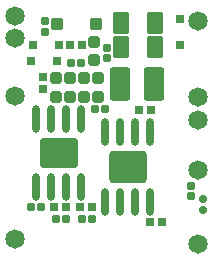
<source format=gbs>
G04*
G04 #@! TF.GenerationSoftware,Altium Limited,Altium Designer,24.1.2 (44)*
G04*
G04 Layer_Color=16711935*
%FSLAX25Y25*%
%MOIN*%
G70*
G04*
G04 #@! TF.SameCoordinates,64876319-8F7E-4D7F-B011-834D707076D5*
G04*
G04*
G04 #@! TF.FilePolarity,Negative*
G04*
G01*
G75*
G04:AMPARAMS|DCode=42|XSize=41.34mil|YSize=38.98mil|CornerRadius=6.1mil|HoleSize=0mil|Usage=FLASHONLY|Rotation=0.000|XOffset=0mil|YOffset=0mil|HoleType=Round|Shape=RoundedRectangle|*
%AMROUNDEDRECTD42*
21,1,0.04134,0.02677,0,0,0.0*
21,1,0.02913,0.03898,0,0,0.0*
1,1,0.01221,0.01457,-0.01339*
1,1,0.01221,-0.01457,-0.01339*
1,1,0.01221,-0.01457,0.01339*
1,1,0.01221,0.01457,0.01339*
%
%ADD42ROUNDEDRECTD42*%
G04:AMPARAMS|DCode=43|XSize=76.38mil|YSize=50.79mil|CornerRadius=7.28mil|HoleSize=0mil|Usage=FLASHONLY|Rotation=90.000|XOffset=0mil|YOffset=0mil|HoleType=Round|Shape=RoundedRectangle|*
%AMROUNDEDRECTD43*
21,1,0.07638,0.03622,0,0,90.0*
21,1,0.06181,0.05079,0,0,90.0*
1,1,0.01457,0.01811,0.03091*
1,1,0.01457,0.01811,-0.03091*
1,1,0.01457,-0.01811,-0.03091*
1,1,0.01457,-0.01811,0.03091*
%
%ADD43ROUNDEDRECTD43*%
G04:AMPARAMS|DCode=46|XSize=29.13mil|YSize=29.13mil|CornerRadius=5.12mil|HoleSize=0mil|Usage=FLASHONLY|Rotation=90.000|XOffset=0mil|YOffset=0mil|HoleType=Round|Shape=RoundedRectangle|*
%AMROUNDEDRECTD46*
21,1,0.02913,0.01890,0,0,90.0*
21,1,0.01890,0.02913,0,0,90.0*
1,1,0.01024,0.00945,0.00945*
1,1,0.01024,0.00945,-0.00945*
1,1,0.01024,-0.00945,-0.00945*
1,1,0.01024,-0.00945,0.00945*
%
%ADD46ROUNDEDRECTD46*%
G04:AMPARAMS|DCode=47|XSize=25.2mil|YSize=29.13mil|CornerRadius=4.72mil|HoleSize=0mil|Usage=FLASHONLY|Rotation=0.000|XOffset=0mil|YOffset=0mil|HoleType=Round|Shape=RoundedRectangle|*
%AMROUNDEDRECTD47*
21,1,0.02520,0.01968,0,0,0.0*
21,1,0.01575,0.02913,0,0,0.0*
1,1,0.00945,0.00787,-0.00984*
1,1,0.00945,-0.00787,-0.00984*
1,1,0.00945,-0.00787,0.00984*
1,1,0.00945,0.00787,0.00984*
%
%ADD47ROUNDEDRECTD47*%
G04:AMPARAMS|DCode=48|XSize=25.2mil|YSize=29.13mil|CornerRadius=4.72mil|HoleSize=0mil|Usage=FLASHONLY|Rotation=270.000|XOffset=0mil|YOffset=0mil|HoleType=Round|Shape=RoundedRectangle|*
%AMROUNDEDRECTD48*
21,1,0.02520,0.01968,0,0,270.0*
21,1,0.01575,0.02913,0,0,270.0*
1,1,0.00945,-0.00984,-0.00787*
1,1,0.00945,-0.00984,0.00787*
1,1,0.00945,0.00984,0.00787*
1,1,0.00945,0.00984,-0.00787*
%
%ADD48ROUNDEDRECTD48*%
%ADD49C,0.02913*%
%ADD50C,0.06457*%
G04:AMPARAMS|DCode=73|XSize=29.13mil|YSize=29.13mil|CornerRadius=5.12mil|HoleSize=0mil|Usage=FLASHONLY|Rotation=0.000|XOffset=0mil|YOffset=0mil|HoleType=Round|Shape=RoundedRectangle|*
%AMROUNDEDRECTD73*
21,1,0.02913,0.01890,0,0,0.0*
21,1,0.01890,0.02913,0,0,0.0*
1,1,0.01024,0.00945,-0.00945*
1,1,0.01024,-0.00945,-0.00945*
1,1,0.01024,-0.00945,0.00945*
1,1,0.01024,0.00945,0.00945*
%
%ADD73ROUNDEDRECTD73*%
G04:AMPARAMS|DCode=74|XSize=111.81mil|YSize=68.5mil|CornerRadius=9.06mil|HoleSize=0mil|Usage=FLASHONLY|Rotation=90.000|XOffset=0mil|YOffset=0mil|HoleType=Round|Shape=RoundedRectangle|*
%AMROUNDEDRECTD74*
21,1,0.11181,0.05039,0,0,90.0*
21,1,0.09370,0.06850,0,0,90.0*
1,1,0.01811,0.02520,0.04685*
1,1,0.01811,0.02520,-0.04685*
1,1,0.01811,-0.02520,-0.04685*
1,1,0.01811,-0.02520,0.04685*
%
%ADD74ROUNDEDRECTD74*%
G04:AMPARAMS|DCode=75|XSize=38.98mil|YSize=38.98mil|CornerRadius=6.1mil|HoleSize=0mil|Usage=FLASHONLY|Rotation=270.000|XOffset=0mil|YOffset=0mil|HoleType=Round|Shape=RoundedRectangle|*
%AMROUNDEDRECTD75*
21,1,0.03898,0.02677,0,0,270.0*
21,1,0.02677,0.03898,0,0,270.0*
1,1,0.01221,-0.01339,-0.01339*
1,1,0.01221,-0.01339,0.01339*
1,1,0.01221,0.01339,0.01339*
1,1,0.01221,0.01339,-0.01339*
%
%ADD75ROUNDEDRECTD75*%
%ADD76O,0.02520X0.09213*%
G04:AMPARAMS|DCode=77|XSize=127.56mil|YSize=100mil|CornerRadius=12.21mil|HoleSize=0mil|Usage=FLASHONLY|Rotation=180.000|XOffset=0mil|YOffset=0mil|HoleType=Round|Shape=RoundedRectangle|*
%AMROUNDEDRECTD77*
21,1,0.12756,0.07559,0,0,180.0*
21,1,0.10315,0.10000,0,0,180.0*
1,1,0.02441,-0.05158,0.03780*
1,1,0.02441,0.05158,0.03780*
1,1,0.02441,0.05158,-0.03780*
1,1,0.02441,-0.05158,-0.03780*
%
%ADD77ROUNDEDRECTD77*%
G04:AMPARAMS|DCode=78|XSize=123.62mil|YSize=109.84mil|CornerRadius=13.19mil|HoleSize=0mil|Usage=FLASHONLY|Rotation=0.000|XOffset=0mil|YOffset=0mil|HoleType=Round|Shape=RoundedRectangle|*
%AMROUNDEDRECTD78*
21,1,0.12362,0.08346,0,0,0.0*
21,1,0.09724,0.10984,0,0,0.0*
1,1,0.02638,0.04862,-0.04173*
1,1,0.02638,-0.04862,-0.04173*
1,1,0.02638,-0.04862,0.04173*
1,1,0.02638,0.04862,0.04173*
%
%ADD78ROUNDEDRECTD78*%
D42*
X29915Y76378D02*
D03*
X16923D02*
D03*
D43*
X49775Y76772D02*
D03*
X38358D02*
D03*
X49775Y68740D02*
D03*
X38358D02*
D03*
D46*
X12402Y54724D02*
D03*
Y58661D02*
D03*
X9055Y69291D02*
D03*
X17717D02*
D03*
X8268Y64043D02*
D03*
X16929D02*
D03*
D47*
X20155Y11417D02*
D03*
X16611D02*
D03*
X29546Y48150D02*
D03*
X33090D02*
D03*
X21549Y63255D02*
D03*
X25092D02*
D03*
X28773Y11417D02*
D03*
X25230D02*
D03*
X8268Y15354D02*
D03*
X11811D02*
D03*
D48*
X33753Y64830D02*
D03*
Y68374D02*
D03*
X12986Y77232D02*
D03*
Y73688D02*
D03*
X61750Y18915D02*
D03*
Y22459D02*
D03*
D49*
X65748Y18110D02*
D03*
Y14173D02*
D03*
D50*
X2953Y71653D02*
D03*
Y4724D02*
D03*
Y52165D02*
D03*
X63976Y51968D02*
D03*
Y77165D02*
D03*
Y27559D02*
D03*
Y44488D02*
D03*
Y2953D02*
D03*
X2953Y78937D02*
D03*
D73*
X57874Y77953D02*
D03*
Y69291D02*
D03*
X19958Y15354D02*
D03*
X16021D02*
D03*
X24639D02*
D03*
X28576D02*
D03*
X21352Y69291D02*
D03*
X25289D02*
D03*
X44285Y47677D02*
D03*
X48222D02*
D03*
X52061Y10236D02*
D03*
X48123D02*
D03*
D74*
X49213Y56299D02*
D03*
X38189D02*
D03*
D75*
X16535Y51976D02*
D03*
Y58196D02*
D03*
X30629Y51976D02*
D03*
Y58196D02*
D03*
X25938Y51976D02*
D03*
Y58196D02*
D03*
X21246Y51976D02*
D03*
Y58196D02*
D03*
X29448Y64220D02*
D03*
Y70441D02*
D03*
D76*
X25072Y22114D02*
D03*
X20072D02*
D03*
X15072D02*
D03*
X10072D02*
D03*
X25072Y44751D02*
D03*
X20072D02*
D03*
X15072D02*
D03*
X10072D02*
D03*
X48139Y16831D02*
D03*
X43139D02*
D03*
X38139D02*
D03*
X33139D02*
D03*
X48139Y40256D02*
D03*
X43139D02*
D03*
X38139D02*
D03*
X33139D02*
D03*
D77*
X17572Y33432D02*
D03*
D78*
X40639Y28543D02*
D03*
M02*

</source>
